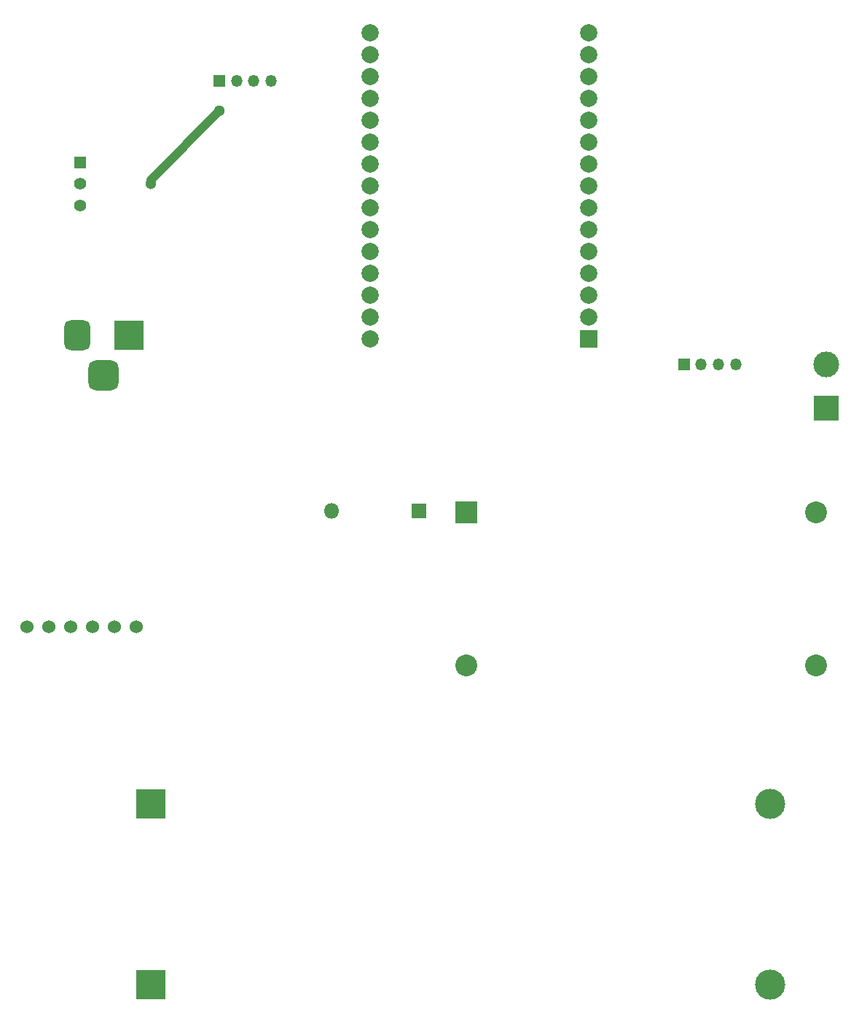
<source format=gbr>
%TF.GenerationSoftware,KiCad,Pcbnew,8.0.8*%
%TF.CreationDate,2025-03-04T12:02:19-05:00*%
%TF.ProjectId,Proyecto PCB,50726f79-6563-4746-9f20-5043422e6b69,rev?*%
%TF.SameCoordinates,Original*%
%TF.FileFunction,Copper,L1,Top*%
%TF.FilePolarity,Positive*%
%FSLAX46Y46*%
G04 Gerber Fmt 4.6, Leading zero omitted, Abs format (unit mm)*
G04 Created by KiCad (PCBNEW 8.0.8) date 2025-03-04 12:02:19*
%MOMM*%
%LPD*%
G01*
G04 APERTURE LIST*
G04 Aperture macros list*
%AMRoundRect*
0 Rectangle with rounded corners*
0 $1 Rounding radius*
0 $2 $3 $4 $5 $6 $7 $8 $9 X,Y pos of 4 corners*
0 Add a 4 corners polygon primitive as box body*
4,1,4,$2,$3,$4,$5,$6,$7,$8,$9,$2,$3,0*
0 Add four circle primitives for the rounded corners*
1,1,$1+$1,$2,$3*
1,1,$1+$1,$4,$5*
1,1,$1+$1,$6,$7*
1,1,$1+$1,$8,$9*
0 Add four rect primitives between the rounded corners*
20,1,$1+$1,$2,$3,$4,$5,0*
20,1,$1+$1,$4,$5,$6,$7,0*
20,1,$1+$1,$6,$7,$8,$9,0*
20,1,$1+$1,$8,$9,$2,$3,0*%
G04 Aperture macros list end*
%TA.AperFunction,ComponentPad*%
%ADD10R,3.500000X3.500000*%
%TD*%
%TA.AperFunction,ComponentPad*%
%ADD11RoundRect,0.750000X-0.750000X-1.000000X0.750000X-1.000000X0.750000X1.000000X-0.750000X1.000000X0*%
%TD*%
%TA.AperFunction,ComponentPad*%
%ADD12RoundRect,0.875000X-0.875000X-0.875000X0.875000X-0.875000X0.875000X0.875000X-0.875000X0.875000X0*%
%TD*%
%TA.AperFunction,ComponentPad*%
%ADD13R,1.350000X1.350000*%
%TD*%
%TA.AperFunction,ComponentPad*%
%ADD14O,1.350000X1.350000*%
%TD*%
%TA.AperFunction,ComponentPad*%
%ADD15R,1.800000X1.800000*%
%TD*%
%TA.AperFunction,ComponentPad*%
%ADD16O,1.800000X1.800000*%
%TD*%
%TA.AperFunction,ComponentPad*%
%ADD17C,1.524000*%
%TD*%
%TA.AperFunction,ComponentPad*%
%ADD18R,3.000000X3.000000*%
%TD*%
%TA.AperFunction,ComponentPad*%
%ADD19C,3.000000*%
%TD*%
%TA.AperFunction,ComponentPad*%
%ADD20C,3.500000*%
%TD*%
%TA.AperFunction,ComponentPad*%
%ADD21R,2.000000X2.000000*%
%TD*%
%TA.AperFunction,ComponentPad*%
%ADD22C,2.000000*%
%TD*%
%TA.AperFunction,ComponentPad*%
%ADD23R,1.408000X1.408000*%
%TD*%
%TA.AperFunction,ComponentPad*%
%ADD24C,1.408000*%
%TD*%
%TA.AperFunction,ComponentPad*%
%ADD25R,2.540000X2.540000*%
%TD*%
%TA.AperFunction,ComponentPad*%
%ADD26C,2.540000*%
%TD*%
%TA.AperFunction,ViaPad*%
%ADD27C,1.300000*%
%TD*%
%TA.AperFunction,Conductor*%
%ADD28C,1.000000*%
%TD*%
G04 APERTURE END LIST*
D10*
%TO.P,J3,1*%
%TO.N,VDC*%
X71000000Y-78042500D03*
D11*
%TO.P,J3,2*%
%TO.N,GND*%
X65000000Y-78042500D03*
D12*
%TO.P,J3,3*%
X68000000Y-82742500D03*
%TD*%
D13*
%TO.P,J1,1,Pin_1*%
%TO.N,+5V*%
X135500000Y-81500000D03*
D14*
%TO.P,J1,2,Pin_2*%
%TO.N,/TX*%
X137500000Y-81500000D03*
%TO.P,J1,3,Pin_3*%
%TO.N,/RX*%
X139500000Y-81500000D03*
%TO.P,J1,4,Pin_4*%
%TO.N,GND*%
X141500000Y-81500000D03*
%TD*%
D15*
%TO.P,D1,1,K*%
%TO.N,Net-(D1-K)*%
X104700000Y-98500000D03*
D16*
%TO.P,D1,2,A*%
%TO.N,+5V*%
X94540000Y-98500000D03*
%TD*%
D17*
%TO.P,U2,1,VIN*%
%TO.N,VDC*%
X59150000Y-111930000D03*
%TO.P,U2,2,GND*%
%TO.N,GND*%
X61690000Y-111930000D03*
%TO.P,U2,3,GND*%
X64230000Y-111930000D03*
%TO.P,U2,4,BAT*%
%TO.N,+BATT*%
X66770000Y-111930000D03*
%TO.P,U2,5,GND*%
%TO.N,GND*%
X69310000Y-111930000D03*
%TO.P,U2,6,OUT-5V*%
%TO.N,Net-(U2-OUT-5V)*%
X71850000Y-111930000D03*
%TD*%
D18*
%TO.P,J2,1,Pin_1*%
%TO.N,+12V*%
X152000000Y-86540000D03*
D19*
%TO.P,J2,2,Pin_2*%
%TO.N,GND*%
X152000000Y-81460000D03*
%TD*%
D10*
%TO.P,BT2,1,+*%
%TO.N,+BATT*%
X73500000Y-153500000D03*
D20*
%TO.P,BT2,2,-*%
%TO.N,GND*%
X145500000Y-153500000D03*
%TD*%
D21*
%TO.P,U1,1,3V3*%
%TO.N,unconnected-(U1-3V3-Pad1)*%
X124400000Y-78515000D03*
D22*
%TO.P,U1,2,GND*%
%TO.N,GND*%
X124400000Y-75975000D03*
%TO.P,U1,3,D15*%
%TO.N,unconnected-(U1-D15-Pad3)*%
X124400000Y-73435000D03*
%TO.P,U1,4,D2*%
%TO.N,unconnected-(U1-D2-Pad4)*%
X124400000Y-70895000D03*
%TO.P,U1,5,D4*%
%TO.N,unconnected-(U1-D4-Pad5)*%
X124400000Y-68355000D03*
%TO.P,U1,6,RX2*%
%TO.N,unconnected-(U1-RX2-Pad6)*%
X124400000Y-65815000D03*
%TO.P,U1,7,TX2*%
%TO.N,unconnected-(U1-TX2-Pad7)*%
X124400000Y-63275000D03*
%TO.P,U1,8,D5*%
%TO.N,unconnected-(U1-D5-Pad8)*%
X124400000Y-60735000D03*
%TO.P,U1,9,D18*%
%TO.N,unconnected-(U1-D18-Pad9)*%
X124400000Y-58195000D03*
%TO.P,U1,10,D19*%
%TO.N,unconnected-(U1-D19-Pad10)*%
X124400000Y-55655000D03*
%TO.P,U1,11,D21*%
%TO.N,unconnected-(U1-D21-Pad11)*%
X124400000Y-53115000D03*
%TO.P,U1,12,RX0*%
%TO.N,/TX*%
X124400000Y-50575000D03*
%TO.P,U1,13,TX0*%
%TO.N,/RX*%
X124400000Y-48035000D03*
%TO.P,U1,14,D22*%
%TO.N,unconnected-(U1-D22-Pad14)*%
X124400000Y-45495000D03*
%TO.P,U1,15,D23*%
%TO.N,unconnected-(U1-D23-Pad15)*%
X124400000Y-42955000D03*
%TO.P,U1,16,EN*%
%TO.N,unconnected-(U1-EN-Pad16)*%
X99000000Y-42955000D03*
%TO.P,U1,17,VP*%
%TO.N,unconnected-(U1-VP-Pad17)*%
X99000000Y-45495000D03*
%TO.P,U1,18,VN*%
%TO.N,unconnected-(U1-VN-Pad18)*%
X99000000Y-48035000D03*
%TO.P,U1,19,D34*%
%TO.N,unconnected-(U1-D34-Pad19)*%
X99000000Y-50575000D03*
%TO.P,U1,20,D35*%
%TO.N,unconnected-(U1-D35-Pad20)*%
X99000000Y-53115000D03*
%TO.P,U1,21,D32*%
%TO.N,unconnected-(U1-D32-Pad21)*%
X99000000Y-55655000D03*
%TO.P,U1,22,D33*%
%TO.N,unconnected-(U1-D33-Pad22)*%
X99000000Y-58195000D03*
%TO.P,U1,23,D25*%
%TO.N,/To*%
X99000000Y-60735000D03*
%TO.P,U1,24,D26*%
%TO.N,/Po*%
X99000000Y-63275000D03*
%TO.P,U1,25,D27*%
%TO.N,unconnected-(U1-D27-Pad25)*%
X99000000Y-65815000D03*
%TO.P,U1,26,D14*%
%TO.N,unconnected-(U1-D14-Pad26)*%
X99000000Y-68355000D03*
%TO.P,U1,27,D12*%
%TO.N,unconnected-(U1-D12-Pad27)*%
X99000000Y-70895000D03*
%TO.P,U1,28,D13*%
%TO.N,unconnected-(U1-D13-Pad28)*%
X99000000Y-73435000D03*
%TO.P,U1,29,GND*%
%TO.N,GND*%
X99000000Y-75975000D03*
%TO.P,U1,30,VIN*%
%TO.N,+5V*%
X99000000Y-78515000D03*
%TD*%
D13*
%TO.P,J4,1,Pin_1*%
%TO.N,+5V*%
X81500000Y-48500000D03*
D14*
%TO.P,J4,2,Pin_2*%
%TO.N,/Po*%
X83500000Y-48500000D03*
%TO.P,J4,3,Pin_3*%
%TO.N,/To*%
X85500000Y-48500000D03*
%TO.P,J4,4,Pin_4*%
%TO.N,GND*%
X87500000Y-48500000D03*
%TD*%
D23*
%TO.P,S1,1*%
%TO.N,unconnected-(S1-Pad1)*%
X65297500Y-58000000D03*
D24*
%TO.P,S1,2*%
%TO.N,Net-(U2-OUT-5V)*%
X65297500Y-60500000D03*
%TO.P,S1,3*%
%TO.N,+5V*%
X65297500Y-63000000D03*
%TD*%
D10*
%TO.P,BT1,1,+*%
%TO.N,+BATT*%
X73500000Y-132500000D03*
D20*
%TO.P,BT1,2,-*%
%TO.N,GND*%
X145500000Y-132500000D03*
%TD*%
D25*
%TO.P,J6,1,Pin_1*%
%TO.N,Net-(D1-K)*%
X110180000Y-98610000D03*
D26*
%TO.P,J6,2,Pin_2*%
%TO.N,GND*%
X110180000Y-116390000D03*
%TO.P,J6,3,Pin_3*%
X150820000Y-116390000D03*
%TO.P,J6,4,Pin_4*%
%TO.N,+12V*%
X150820000Y-98610000D03*
%TD*%
D27*
%TO.N,+5V*%
X81500000Y-52000000D03*
X73500000Y-60500000D03*
%TD*%
D28*
%TO.N,+5V*%
X73500000Y-60000000D02*
X81500000Y-52000000D01*
X73500000Y-60500000D02*
X73500000Y-60000000D01*
%TD*%
M02*

</source>
